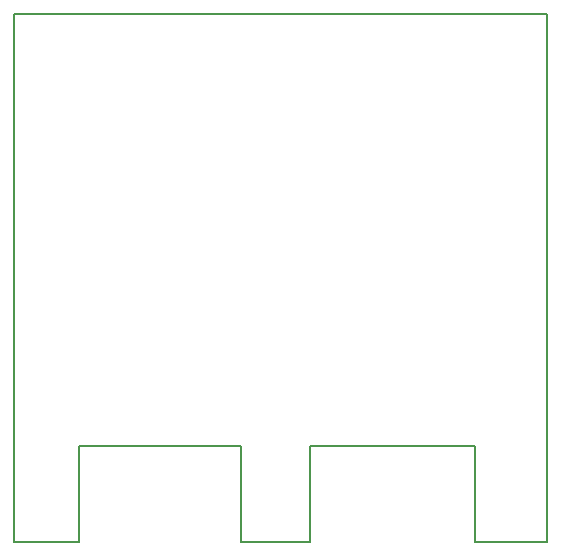
<source format=gm1>
%TF.GenerationSoftware,KiCad,Pcbnew,(5.0.1)-3*%
%TF.CreationDate,2018-12-23T10:43:27+11:00*%
%TF.ProjectId,16_Channel_SSR_Driver,31365F4368616E6E656C5F5353525F44,1.2*%
%TF.SameCoordinates,PX7c25018PY69db1f0*%
%TF.FileFunction,Profile,NP*%
%FSLAX46Y46*%
G04 Gerber Fmt 4.6, Leading zero omitted, Abs format (unit mm)*
G04 Created by KiCad (PCBNEW (5.0.1)-3) date 23/12/2018 10:43:27 AM*
%MOMM*%
%LPD*%
G01*
G04 APERTURE LIST*
%ADD10C,0.150000*%
G04 APERTURE END LIST*
D10*
X19177000Y-36576000D02*
X5461000Y-36576000D01*
X19177000Y-44704000D02*
X19177000Y-36576000D01*
X25019000Y-44704000D02*
X19177000Y-44704000D01*
X25019000Y-36576000D02*
X25019000Y-44704000D01*
X38989000Y-36576000D02*
X25019000Y-36576000D01*
X38989000Y-44704000D02*
X38989000Y-36576000D01*
X45085000Y-44704000D02*
X38989000Y-44704000D01*
X45085000Y0D02*
X45085000Y-44704000D01*
X44704000Y0D02*
X45085000Y0D01*
X0Y0D02*
X44704000Y0D01*
X0Y-44704000D02*
X0Y0D01*
X5461000Y-44704000D02*
X5461000Y-36576000D01*
X5461000Y-44704000D02*
X0Y-44704000D01*
M02*

</source>
